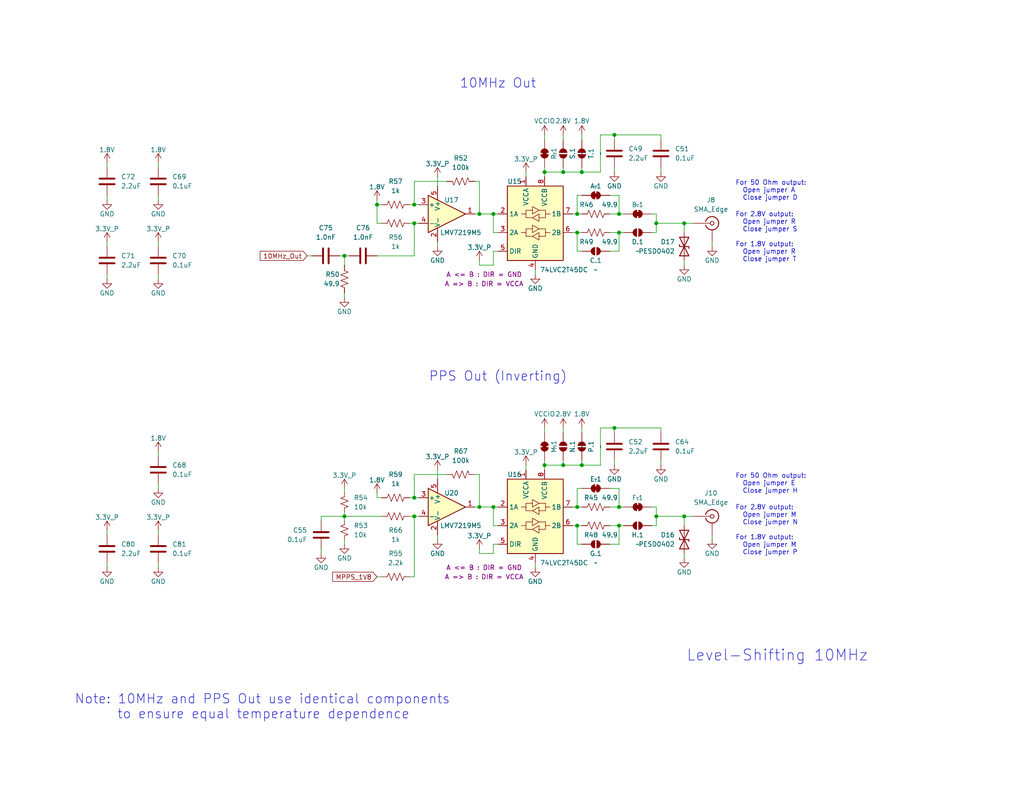
<source format=kicad_sch>
(kicad_sch (version 20231120) (generator "eeschema") (generator_version "8.0")
  (paper "USLetter")
  (title_block (title "Level Shifting 10MHz"))
  (lib_symbols
    (symbol "SparkFun-Capacitor:0.1uF_0603_25V_20%" (pin_numbers hide) (pin_names (offset 0.254))
      (property "Reference" "C" (at 0.635 2.54 0))
      (property "Value" "0.1uF" (at 0.635 -2.54 0))
      (property "Voltage" "25V" (at 0 -6.35 0))
      (property "Tolerance" "20%" (at 0 -8.89 0))
      (symbol "0.1uF_0603_25V_20%_1_1"
        (pin passive line (at 0 3.81 270) (length 2.794) (name "~") (number "1"))
        (pin passive line (at 0 -3.81 90) (length 2.794) (name "~") (number "2"))
      )
    )
    (symbol "SparkFun-Capacitor:1.0nF_0603_50V_10%" (pin_numbers hide) (pin_names (offset 0.254))
      (property "Reference" "C" (at 0.635 2.54 0))
      (property "Value" "1.0nF" (at 0.635 -2.54 0))
      (property "Voltage" "50V" (at 0 -6.35 0))
      (property "Tolerance" "10%" (at 0 -8.89 0))
      (symbol "1.0nF_0603_50V_10%_1_1"
        (pin passive line (at 0 3.81 270) (length 2.794) (name "~") (number "1"))
        (pin passive line (at 0 -3.81 90) (length 2.794) (name "~") (number "2"))
      )
    )
    (symbol "SparkFun-Capacitor:2.2uF_0603_10V_20%" (pin_numbers hide) (pin_names (offset 0.254))
      (property "Reference" "C" (at 0.635 2.54 0))
      (property "Value" "2.2uF" (at 0.635 -2.54 0))
      (property "Voltage" "10V" (at 0 -6.35 0))
      (property "Tolerance" "20%" (at 0 -8.89 0))
      (symbol "2.2uF_0603_10V_20%_1_1"
        (pin passive line (at 0 3.81 270) (length 2.794) (name "~") (number "1"))
        (pin passive line (at 0 -3.81 90) (length 2.794) (name "~") (number "2"))
      )
    )
    (symbol "SparkFun-DiscreteSemi:D_TVS_0402" (pin_numbers hide) (pin_names (offset 1.016) hide)
      (property "Reference" "D" (at 0 2.54 0))
      (property "Value" "PESD0402" (at 0 -2.54 0))
      (symbol "D_TVS_0402_1_1"
        (pin passive line (at -3.81 0 0) (length 2.54) (name "A1") (number "1"))
        (pin passive line (at 3.81 0 180) (length 2.54) (name "A2") (number "2"))
      )
    )
    (symbol "SparkFun-IC-Amplifier:LMV7219M5" (pin_names (offset 0.127))
      (property "Reference" "U" (at -1.27 6.35 0))
      (property "Value" "LMV7219M5" (at -1.27 3.81 0))
      (symbol "LMV7219M5_0_1"
        (pin power_in line (at -2.54 -7.62 90) (length 3.81) (name "V-") (number "2"))
        (pin power_in line (at -2.54 7.62 270) (length 3.81) (name "V+") (number "5"))
      )
      (symbol "LMV7219M5_1_1"
        (pin output line (at 7.62 0 180) (length 2.54) (name "~") (number "1"))
        (pin input line (at -7.62 2.54 0) (length 2.54) (name "+") (number "3"))
        (pin input line (at -7.62 -2.54 0) (length 2.54) (name "-") (number "4"))
      )
    )
    (symbol "SparkFun-IC-Logic:74LVC2T45DC"
      (property "Reference" "U" (at -6.985 11.43 0))
      (property "Value" "74LVC2T45DC" (at 7.62 -12.065 0))
      (property "DIR1" "A <= B : DIR = GND" (at -13.335 -12.065 0))
      (property "DIR2" "A => B : DIR = VCCA" (at -13.335 -13.97 0))
      (symbol "74LVC2T45DC_1_1"
        (pin power_in line (at -2.54 12.7 270) (length 2.54) (name "VCCA") (number "1"))
        (pin bidirectional line (at -10.16 2.54 0) (length 2.54) (name "1A") (number "2"))
        (pin bidirectional line (at -10.16 -2.54 0) (length 2.54) (name "2A") (number "3"))
        (pin power_in line (at 0 -12.7 90) (length 2.54) (name "GND") (number "4"))
        (pin input line (at -10.16 -7.62 0) (length 2.54) (name "DIR") (number "5"))
        (pin bidirectional line (at 10.16 -2.54 180) (length 2.54) (name "2B") (number "6"))
        (pin bidirectional line (at 10.16 2.54 180) (length 2.54) (name "1B") (number "7"))
        (pin power_in line (at 2.54 12.7 270) (length 2.54) (name "VCCB") (number "8"))
      )
    )
    (symbol "SparkFun-Jumper:SolderJumper_2_Bridged" (pin_numbers hide) (pin_names (offset 0) hide)
      (property "Reference" "JP" (at 0 2.032 0))
      (property "Value" "~" (at 0 -2.54 0))
      (symbol "SolderJumper_2_Bridged_1_1"
        (pin passive line (at -3.81 0 0) (length 2.54) (name "A") (number "1"))
        (pin passive line (at 3.81 0 180) (length 2.54) (name "B") (number "2"))
      )
    )
    (symbol "SparkFun-Jumper:SolderJumper_2_Open" (pin_numbers hide) (pin_names (offset 0) hide)
      (property "Reference" "JP" (at 0 2.032 0))
      (property "Value" "~" (at 0 -2.54 0))
      (symbol "SolderJumper_2_Open_1_1"
        (pin passive line (at -3.81 0 0) (length 2.54) (name "A") (number "1"))
        (pin passive line (at 3.81 0 180) (length 2.54) (name "B") (number "2"))
      )
    )
    (symbol "SparkFun-PowerSymbol:1.8V" (power) (pin_names (offset 0))
      (property "Value" "1.8V" (at 0 3.81 0))
      (symbol "1.8V_1_1"
        (pin power_in line (at 0 0 90) (length 0) hide (name "1.8V") (number "1"))
      )
    )
    (symbol "SparkFun-PowerSymbol:2.8V" (power) (pin_names (offset 0))
      (property "Value" "2.8V" (at 0 3.81 0))
      (symbol "2.8V_1_1"
        (pin power_in line (at 0 0 90) (length 0) hide (name "2.8V") (number "1"))
      )
    )
    (symbol "SparkFun-PowerSymbol:3.3V_P" (power) (pin_names (offset 0))
      (property "Value" "3.3V_P" (at 0 3.81 0))
      (symbol "3.3V_P_1_1"
        (pin power_in line (at 0 0 90) (length 0) hide (name "3.3V_P") (number "1"))
      )
    )
    (symbol "SparkFun-PowerSymbol:GND" (power) (pin_names (offset 0))
      (property "Value" "GND" (at 0 -3.81 0))
      (symbol "GND_1_1"
        (pin power_in line (at 0 0 270) (length 0) hide (name "GND") (number "1"))
      )
    )
    (symbol "SparkFun-PowerSymbol:VCC" (power) (pin_names (offset 0))
      (property "Value" "VCC" (at 0 3.81 0))
      (symbol "VCC_1_1"
        (pin power_in line (at 0 0 90) (length 0) hide (name "VCC") (number "1"))
      )
    )
    (symbol "SparkFun-RF:SMA_EdgeMount" (pin_numbers hide) (pin_names (offset 1.016) hide)
      (property "Reference" "J" (at 0.254 3.048 0))
      (property "Value" "SMA_Edge" (at 3.81 0 90))
      (symbol "SMA_EdgeMount_1_1"
        (pin passive line (at -5.08 0 0) (length 2.54) (name "In") (number "1"))
        (pin passive line (at 0 -5.08 90) (length 2.54) (name "Ext") (number "2"))
      )
    )
    (symbol "SparkFun-Resistor:100k_0603" (pin_numbers hide) (pin_names (offset 0))
      (property "Reference" "R" (at 0 -2.54 0))
      (property "Value" "100k" (at 0 2.54 0))
      (symbol "100k_0603_1_1"
        (pin passive line (at 3.81 0 180) (length 1.27) (name "~") (number "1"))
        (pin passive line (at -3.81 0 0) (length 1.27) (name "~") (number "2"))
      )
    )
    (symbol "SparkFun-Resistor:10k_0603" (pin_numbers hide) (pin_names (offset 0))
      (property "Reference" "R" (at 0 -2.54 0))
      (property "Value" "10k" (at 0 2.54 0))
      (symbol "10k_0603_1_1"
        (pin passive line (at -2.54 0 0) (length 1.016) (name "~") (number "1"))
        (pin passive line (at 2.54 0 180) (length 1.016) (name "~") (number "2"))
      )
    )
    (symbol "SparkFun-Resistor:1k_0603" (pin_numbers hide) (pin_names (offset 0))
      (property "Reference" "R" (at 0 -2.54 0))
      (property "Value" "1k" (at 0 2.54 0))
      (symbol "1k_0603_1_1"
        (pin passive line (at 3.81 0 180) (length 1.27) (name "~") (number "1"))
        (pin passive line (at -3.81 0 0) (length 1.27) (name "~") (number "2"))
      )
    )
    (symbol "SparkFun-Resistor:2.2k_0603" (pin_numbers hide) (pin_names (offset 0))
      (property "Reference" "R" (at 0 -2.54 0))
      (property "Value" "2.2k" (at 0 2.54 0))
      (symbol "2.2k_0603_1_1"
        (pin passive line (at 3.81 0 180) (length 1.27) (name "~") (number "1"))
        (pin passive line (at -3.81 0 0) (length 1.27) (name "~") (number "2"))
      )
    )
    (symbol "SparkFun-Resistor:49.9_0603" (pin_numbers hide) (pin_names (offset 0))
      (property "Reference" "R" (at 0 -2.54 0))
      (property "Value" "49.9" (at 0 2.54 0))
      (symbol "49.9_0603_1_1"
        (pin passive line (at 3.81 0 180) (length 1.27) (name "~") (number "1"))
        (pin passive line (at -3.81 0 0) (length 1.27) (name "~") (number "2"))
      )
    )
    (symbol "power:GND" (power) (pin_numbers hide) (pin_names (offset 0) hide)
      (property "Value" "GND" (at 0 -3.81 0))
      (symbol "GND_1_1"
        (pin power_in line (at 0 0 270) (length 0) (name "~") (number "1"))
      )
    )
  )
  (junction (at 102.87 55.88))
  (junction (at 134.62 58.42))
  (junction (at 148.59 46.99))
  (junction (at 157.48 58.42))
  (junction (at 158.75 46.99))
  (junction (at 157.48 143.51))
  (junction (at 158.75 127))
  (junction (at 93.98 69.85))
  (junction (at 157.48 138.43))
  (junction (at 153.67 46.99))
  (junction (at 113.03 60.96))
  (junction (at 168.91 58.42))
  (junction (at 168.91 63.5))
  (junction (at 113.03 55.88))
  (junction (at 113.03 140.97))
  (junction (at 186.69 140.97))
  (junction (at 130.81 138.43))
  (junction (at 130.81 58.42))
  (junction (at 179.07 60.96))
  (junction (at 168.91 143.51))
  (junction (at 93.98 140.97))
  (junction (at 134.62 138.43))
  (junction (at 168.91 138.43))
  (junction (at 167.64 116.84))
  (junction (at 113.03 135.89))
  (junction (at 179.07 140.97))
  (junction (at 153.67 127))
  (junction (at 186.69 60.96))
  (junction (at 157.48 63.5))
  (junction (at 167.64 36.83))
  (junction (at 148.59 127))
  (wire (pts (xy 134.62 72.39) (xy 134.62 68.58)))
  (wire (pts (xy 158.75 46.99) (xy 163.83 46.99)))
  (wire (pts (xy 163.83 36.83) (xy 163.83 46.99)))
  (wire (pts (xy 166.37 133.35) (xy 168.91 133.35)))
  (wire (pts (xy 104.14 60.96) (xy 102.87 60.96)))
  (wire (pts (xy 168.91 143.51) (xy 170.18 143.51)))
  (wire (pts (xy 119.38 66.04) (xy 119.38 67.31)))
  (wire (pts (xy 158.75 133.35) (xy 157.48 133.35)))
  (wire (pts (xy 93.98 140.97) (xy 93.98 142.24)))
  (wire (pts (xy 177.8 58.42) (xy 179.07 58.42)))
  (wire (pts (xy 166.37 58.42) (xy 168.91 58.42)))
  (wire (pts (xy 157.48 53.34) (xy 157.48 58.42)))
  (wire (pts (xy 111.76 135.89) (xy 113.03 135.89)))
  (wire (pts (xy 83.82 69.85) (xy 85.09 69.85)))
  (wire (pts (xy 157.48 58.42) (xy 158.75 58.42)))
  (wire (pts (xy 93.98 80.01) (xy 93.98 81.28)))
  (wire (pts (xy 134.62 151.13) (xy 134.62 148.59)))
  (wire (pts (xy 119.38 48.26) (xy 119.38 50.8)))
  (wire (pts (xy 29.21 45.72) (xy 29.21 44.45)))
  (wire (pts (xy 156.21 58.42) (xy 157.48 58.42)))
  (wire (pts (xy 29.21 154.94) (xy 29.21 153.67)))
  (wire (pts (xy 143.51 127) (xy 143.51 128.27)))
  (wire (pts (xy 135.89 63.5) (xy 134.62 63.5)))
  (wire (pts (xy 177.8 63.5) (xy 179.07 63.5)))
  (wire (pts (xy 153.67 116.84) (xy 153.67 118.11)))
  (wire (pts (xy 130.81 58.42) (xy 134.62 58.42)))
  (wire (pts (xy 87.63 142.24) (xy 87.63 140.97)))
  (wire (pts (xy 93.98 139.7) (xy 93.98 140.97)))
  (wire (pts (xy 134.62 148.59) (xy 135.89 148.59)))
  (wire (pts (xy 130.81 129.54) (xy 130.81 138.43)))
  (wire (pts (xy 194.31 146.05) (xy 194.31 147.32)))
  (wire (pts (xy 167.64 38.1) (xy 167.64 36.83)))
  (wire (pts (xy 102.87 55.88) (xy 102.87 60.96)))
  (wire (pts (xy 102.87 135.89) (xy 104.14 135.89)))
  (wire (pts (xy 180.34 46.99) (xy 180.34 45.72)))
  (wire (pts (xy 113.03 49.53) (xy 113.03 55.88)))
  (wire (pts (xy 157.48 63.5) (xy 157.48 68.58)))
  (wire (pts (xy 113.03 129.54) (xy 113.03 135.89)))
  (wire (pts (xy 119.38 128.27) (xy 119.38 130.81)))
  (wire (pts (xy 166.37 63.5) (xy 168.91 63.5)))
  (wire (pts (xy 134.62 58.42) (xy 134.62 63.5)))
  (wire (pts (xy 102.87 55.88) (xy 104.14 55.88)))
  (wire (pts (xy 129.54 129.54) (xy 130.81 129.54)))
  (wire (pts (xy 111.76 140.97) (xy 113.03 140.97)))
  (wire (pts (xy 156.21 138.43) (xy 157.48 138.43)))
  (wire (pts (xy 153.67 45.72) (xy 153.67 46.99)))
  (wire (pts (xy 93.98 147.32) (xy 93.98 148.59)))
  (wire (pts (xy 158.75 127) (xy 163.83 127)))
  (wire (pts (xy 113.03 55.88) (xy 114.3 55.88)))
  (wire (pts (xy 168.91 133.35) (xy 168.91 138.43)))
  (wire (pts (xy 87.63 151.13) (xy 87.63 149.86)))
  (wire (pts (xy 113.03 140.97) (xy 114.3 140.97)))
  (wire (pts (xy 148.59 116.84) (xy 148.59 118.11)))
  (wire (pts (xy 148.59 127) (xy 153.67 127)))
  (wire (pts (xy 157.48 133.35) (xy 157.48 138.43)))
  (wire (pts (xy 167.64 36.83) (xy 163.83 36.83)))
  (wire (pts (xy 119.38 146.05) (xy 119.38 147.32)))
  (wire (pts (xy 43.18 76.2) (xy 43.18 74.93)))
  (wire (pts (xy 43.18 124.46) (xy 43.18 123.19)))
  (wire (pts (xy 111.76 60.96) (xy 113.03 60.96)))
  (wire (pts (xy 135.89 143.51) (xy 134.62 143.51)))
  (wire (pts (xy 102.87 69.85) (xy 113.03 69.85)))
  (wire (pts (xy 166.37 68.58) (xy 168.91 68.58)))
  (wire (pts (xy 130.81 151.13) (xy 134.62 151.13)))
  (wire (pts (xy 113.03 135.89) (xy 114.3 135.89)))
  (wire (pts (xy 166.37 148.59) (xy 168.91 148.59)))
  (wire (pts (xy 158.75 116.84) (xy 158.75 118.11)))
  (wire (pts (xy 111.76 157.48) (xy 113.03 157.48)))
  (wire (pts (xy 121.92 49.53) (xy 113.03 49.53)))
  (wire (pts (xy 134.62 58.42) (xy 135.89 58.42)))
  (wire (pts (xy 186.69 152.4) (xy 186.69 151.13)))
  (wire (pts (xy 29.21 54.61) (xy 29.21 53.34)))
  (wire (pts (xy 177.8 143.51) (xy 179.07 143.51)))
  (wire (pts (xy 93.98 133.35) (xy 93.98 134.62)))
  (wire (pts (xy 102.87 134.62) (xy 102.87 135.89)))
  (wire (pts (xy 148.59 46.99) (xy 153.67 46.99)))
  (wire (pts (xy 158.75 53.34) (xy 157.48 53.34)))
  (wire (pts (xy 168.91 53.34) (xy 168.91 58.42)))
  (wire (pts (xy 113.03 140.97) (xy 113.03 157.48)))
  (wire (pts (xy 129.54 138.43) (xy 130.81 138.43)))
  (wire (pts (xy 179.07 140.97) (xy 186.69 140.97)))
  (wire (pts (xy 148.59 125.73) (xy 148.59 127)))
  (wire (pts (xy 113.03 60.96) (xy 113.03 69.85)))
  (wire (pts (xy 166.37 53.34) (xy 168.91 53.34)))
  (wire (pts (xy 130.81 138.43) (xy 134.62 138.43)))
  (wire (pts (xy 130.81 149.86) (xy 130.81 151.13)))
  (wire (pts (xy 92.71 69.85) (xy 93.98 69.85)))
  (wire (pts (xy 163.83 127) (xy 163.83 116.84)))
  (wire (pts (xy 179.07 58.42) (xy 179.07 60.96)))
  (wire (pts (xy 130.81 72.39) (xy 134.62 72.39)))
  (wire (pts (xy 29.21 76.2) (xy 29.21 74.93)))
  (wire (pts (xy 153.67 36.83) (xy 153.67 38.1)))
  (wire (pts (xy 102.87 157.48) (xy 104.14 157.48)))
  (wire (pts (xy 186.69 140.97) (xy 189.23 140.97)))
  (wire (pts (xy 168.91 63.5) (xy 168.91 68.58)))
  (wire (pts (xy 130.81 49.53) (xy 130.81 58.42)))
  (wire (pts (xy 156.21 63.5) (xy 157.48 63.5)))
  (wire (pts (xy 194.31 66.04) (xy 194.31 67.31)))
  (wire (pts (xy 157.48 63.5) (xy 158.75 63.5)))
  (wire (pts (xy 43.18 54.61) (xy 43.18 53.34)))
  (wire (pts (xy 157.48 143.51) (xy 157.48 148.59)))
  (wire (pts (xy 157.48 138.43) (xy 158.75 138.43)))
  (wire (pts (xy 153.67 46.99) (xy 158.75 46.99)))
  (wire (pts (xy 158.75 36.83) (xy 158.75 38.1)))
  (wire (pts (xy 146.05 153.67) (xy 146.05 154.94)))
  (wire (pts (xy 158.75 125.73) (xy 158.75 127)))
  (wire (pts (xy 167.64 116.84) (xy 180.34 116.84)))
  (wire (pts (xy 180.34 38.1) (xy 180.34 36.83)))
  (wire (pts (xy 130.81 71.12) (xy 130.81 72.39)))
  (wire (pts (xy 148.59 46.99) (xy 148.59 48.26)))
  (wire (pts (xy 157.48 143.51) (xy 158.75 143.51)))
  (wire (pts (xy 129.54 58.42) (xy 130.81 58.42)))
  (wire (pts (xy 168.91 138.43) (xy 170.18 138.43)))
  (wire (pts (xy 113.03 60.96) (xy 114.3 60.96)))
  (wire (pts (xy 146.05 73.66) (xy 146.05 74.93)))
  (wire (pts (xy 179.07 140.97) (xy 179.07 143.51)))
  (wire (pts (xy 93.98 69.85) (xy 95.25 69.85)))
  (wire (pts (xy 134.62 138.43) (xy 135.89 138.43)))
  (wire (pts (xy 167.64 36.83) (xy 180.34 36.83)))
  (wire (pts (xy 180.34 118.11) (xy 180.34 116.84)))
  (wire (pts (xy 43.18 67.31) (xy 43.18 66.04)))
  (wire (pts (xy 167.64 118.11) (xy 167.64 116.84)))
  (wire (pts (xy 29.21 146.05) (xy 29.21 144.78)))
  (wire (pts (xy 186.69 140.97) (xy 186.69 143.51)))
  (wire (pts (xy 179.07 60.96) (xy 179.07 63.5)))
  (wire (pts (xy 168.91 58.42) (xy 170.18 58.42)))
  (wire (pts (xy 93.98 140.97) (xy 104.14 140.97)))
  (wire (pts (xy 134.62 138.43) (xy 134.62 143.51)))
  (wire (pts (xy 121.92 129.54) (xy 113.03 129.54)))
  (wire (pts (xy 129.54 49.53) (xy 130.81 49.53)))
  (wire (pts (xy 143.51 46.99) (xy 143.51 48.26)))
  (wire (pts (xy 180.34 127) (xy 180.34 125.73)))
  (wire (pts (xy 43.18 154.94) (xy 43.18 153.67)))
  (wire (pts (xy 179.07 138.43) (xy 179.07 140.97)))
  (wire (pts (xy 168.91 63.5) (xy 170.18 63.5)))
  (wire (pts (xy 111.76 55.88) (xy 113.03 55.88)))
  (wire (pts (xy 87.63 140.97) (xy 93.98 140.97)))
  (wire (pts (xy 93.98 69.85) (xy 93.98 72.39)))
  (wire (pts (xy 43.18 146.05) (xy 43.18 144.78)))
  (wire (pts (xy 153.67 127) (xy 158.75 127)))
  (wire (pts (xy 29.21 67.31) (xy 29.21 66.04)))
  (wire (pts (xy 148.59 127) (xy 148.59 128.27)))
  (wire (pts (xy 43.18 133.35) (xy 43.18 132.08)))
  (wire (pts (xy 102.87 54.61) (xy 102.87 55.88)))
  (wire (pts (xy 43.18 45.72) (xy 43.18 44.45)))
  (wire (pts (xy 186.69 72.39) (xy 186.69 71.12)))
  (wire (pts (xy 163.83 116.84) (xy 167.64 116.84)))
  (wire (pts (xy 177.8 138.43) (xy 179.07 138.43)))
  (wire (pts (xy 156.21 143.51) (xy 157.48 143.51)))
  (wire (pts (xy 158.75 45.72) (xy 158.75 46.99)))
  (wire (pts (xy 158.75 148.59) (xy 157.48 148.59)))
  (wire (pts (xy 148.59 45.72) (xy 148.59 46.99)))
  (wire (pts (xy 186.69 60.96) (xy 189.23 60.96)))
  (wire (pts (xy 167.64 46.99) (xy 167.64 45.72)))
  (wire (pts (xy 148.59 36.83) (xy 148.59 38.1)))
  (wire (pts (xy 186.69 60.96) (xy 186.69 63.5)))
  (wire (pts (xy 158.75 68.58) (xy 157.48 68.58)))
  (wire (pts (xy 166.37 138.43) (xy 168.91 138.43)))
  (wire (pts (xy 166.37 143.51) (xy 168.91 143.51)))
  (wire (pts (xy 153.67 125.73) (xy 153.67 127)))
  (wire (pts (xy 168.91 143.51) (xy 168.91 148.59)))
  (wire (pts (xy 179.07 60.96) (xy 186.69 60.96)))
  (wire (pts (xy 134.62 68.58) (xy 135.89 68.58)))
  (wire (pts (xy 167.64 127) (xy 167.64 125.73)))
  (text "For 50 Ohm output:\n  Open jumper E\n  Close jumper H" (at 200.66 132.08 0) (effects (font (size 1.27 1.27)) (justify left)))
  (text "Note: 10MHz and PPS Out use identical components\n      to ensure equal temperature dependence" (at 20.32 193.04 0) (effects (font (size 2.54 2.54)) (justify left)))
  (text "For 50 Ohm output:\n  Open jumper A\n  Close jumper D" (at 200.66 52.07 0) (effects (font (size 1.27 1.27)) (justify left)))
  (text "For 2.8V output:\n  Open jumper R\n  Close jumper S\n\nFor 1.8V output:\n  Open jumper R\n  Close jumper T" (at 200.66 64.77 0) (effects (font (size 1.27 1.27)) (justify left)))
  (text "For 2.8V output:\n  Open jumper M\n  Close jumper N\n\nFor 1.8V output:\n  Open jumper M\n  Close jumper P" (at 200.66 144.78 0) (effects (font (size 1.27 1.27)) (justify left)))
  (text "PPS Out (Inverting)" (at 135.89 102.87 0) (effects (font (size 2.54 2.54))))
  (text "Level-Shifting 10MHz" (at 212.09 179.07 0) (effects (font (size 3 3))))
  (text "10MHz Out" (at 135.89 22.86 0) (effects (font (size 2.54 2.54))))
  (global_label "10MHz_Out" (shape input) (at 83.82 69.85 180) (property "Intersheetrefs" "${INTERSHEET_REFS}" (effects (hide yes))))
  (global_label "MPPS_1V8" (shape input) (at 102.87 157.48 180) (property "Intersheetrefs" "${INTERSHEET_REFS}" (effects (hide yes))))
  (symbol (lib_id "SparkFun-DiscreteSemi:D_TVS_0402") (at 186.69 147.32 90) (unit 1)
    (property "Reference" "D16" (at 184.15 146.0499 90) (effects (justify left)))
    (property "Value" "PESD0402" (at 184.15 148.5899 90) (effects (justify left)))
    (property "Footprint" "SparkFun-Capacitor:C_0402_1005Metric" (effects (hide yes)))
    (property "Datasheet" "https://www.littelfuse.com/~/media/electronics/product_specifications/polymer_esd_suppressors/littelfuse_polymer_esd_suppressor_pesd0402_140_product_specification.pdf.pdf" (effects (hide yes)))
    (property "Description" "Bidirectional transient-voltage-suppression diode" (effects (hide yes)))
    (property "PROD_ID" "DIO-15359" (effects (hide yes)))
  )
  (symbol (lib_id "SparkFun-PowerSymbol:3.3V_P") (at 119.38 128.27 0) (unit 1)
    (property "Reference" "#PWR0187" (effects (hide yes)))
    (property "Value" "3.3V_P" (at 119.38 124.714 0))
    (property "Description" "Power symbol creates a global label with name \"3.3V_P\"" (effects (hide yes)))
  )
  (symbol (lib_id "SparkFun-PowerSymbol:1.8V") (at 43.18 44.45 0) (unit 1)
    (property "Reference" "#PWR0249" (effects (hide yes)))
    (property "Value" "1.8V" (at 43.18 40.894 0))
    (property "Description" "Power symbol creates a global label with name \"1.8V\"" (effects (hide yes)))
  )
  (symbol (lib_id "SparkFun-PowerSymbol:1.8V") (at 43.18 123.19 0) (unit 1)
    (property "Reference" "#PWR0247" (effects (hide yes)))
    (property "Value" "1.8V" (at 43.18 119.634 0))
    (property "Description" "Power symbol creates a global label with name \"1.8V\"" (effects (hide yes)))
  )
  (symbol (lib_id "SparkFun-PowerSymbol:1.8V") (at 102.87 134.62 0) (unit 1)
    (property "Reference" "#PWR0262" (effects (hide yes)))
    (property "Value" "1.8V" (at 102.87 131.064 0))
    (property "Description" "Power symbol creates a global label with name \"1.8V\"" (effects (hide yes)))
  )
  (symbol (lib_id "SparkFun-IC-Amplifier:LMV7219M5") (at 121.92 138.43 0) (unit 1)
    (property "Reference" "U20" (at 123.19 134.62 0))
    (property "Value" "LMV7219M5" (at 125.73 143.51 0))
    (property "Footprint" "SparkFun-Semiconductor-Standard:SOT23-5" (effects (hide yes)))
    (property "Datasheet" "https://www.ti.com/lit/ds/symlink/lmv7219.pdf" (effects (hide yes)))
    (property "Description" "Single Low-Power High-Speed Push-Pull Output Comparator, SOT-23-5" (effects (hide yes)))
    (property "PROD_ID" "IC-23719" (effects (hide yes)))
  )
  (symbol (lib_id "SparkFun-PowerSymbol:3.3V_P") (at 143.51 46.99 0) (unit 1)
    (property "Reference" "#PWR0157" (effects (hide yes)))
    (property "Value" "3.3V_P" (at 143.51 43.434 0))
    (property "Description" "Power symbol creates a global label with name \"3.3V_P\"" (effects (hide yes)))
  )
  (symbol (lib_id "SparkFun-PowerSymbol:GND") (at 194.31 67.31 0) (unit 1)
    (property "Reference" "#PWR0211" (effects (hide yes)))
    (property "Value" "GND" (at 194.31 71.12 0))
    (property "Description" "Power symbol creates a global label with name \"GND\" , ground" (effects (hide yes)))
  )
  (symbol (lib_id "SparkFun-Capacitor:2.2uF_0603_10V_20%") (at 29.21 71.12 0) (mirror y) (unit 1)
    (property "Reference" "C71" (at 33.02 69.8499 0) (effects (justify right)))
    (property "Value" "2.2uF" (at 33.02 72.3899 0) (effects (justify right)))
    (property "Footprint" "SparkFun-Capacitor:C_0603_1608Metric" (effects (hide yes)))
    (property "Datasheet" "https://cdn.sparkfun.com/assets/8/a/4/a/5/Kemet_Capacitor_Datasheet.pdf" (effects (hide yes)))
    (property "Description" "Unpolarized capacitor" (effects (hide yes)))
    (property "PROD_ID" "CAP-07888" (effects (hide yes)))
    (property "Voltage" "10V" (effects (hide yes)))
    (property "Tolerance" "20%" (effects (hide yes)))
  )
  (symbol (lib_id "SparkFun-Resistor:1k_0603") (at 107.95 55.88 180) (unit 1)
    (property "Reference" "R57" (at 107.95 49.53 0))
    (property "Value" "1k" (at 107.95 52.07 0))
    (property "Footprint" "SparkFun-Resistor:R_0603_1608Metric" (effects (hide yes)))
    (property "Datasheet" "https://www.vishay.com/docs/20035/dcrcwe3.pdf" (effects (hide yes)))
    (property "Description" "Resistor" (effects (hide yes)))
    (property "PROD_ID" "RES-07856" (effects (hide yes)))
  )
  (symbol (lib_id "SparkFun-IC-Logic:74LVC2T45DC") (at 146.05 140.97 0) (unit 1)
    (property "Reference" "U16" (at 138.43 129.54 0) (effects (justify left)))
    (property "Value" "74LVC2T45DC" (at 147.32 153.67 0) (effects (justify left)))
    (property "Footprint" "SparkFun-Semiconductor-Standard:VSSOP8_SOT765-1" (effects (hide yes)))
    (property "Datasheet" "https://assets.nexperia.com/documents/data-sheet/74LVC_LVCH2T45.pdf" (effects (hide yes)))
    (property "Description" "Dual supply translating transceiver, 3-state, 2-bit, VSSOP-8" (effects (hide yes)))
    (property "PROD_ID" "IC-19989" (effects (hide yes)))
    (property "DIR1" "A <= B : DIR = GND" (at 132.08 154.94 0))
    (property "DIR2" "A => B : DIR = VCCA" (at 132.08 157.48 0))
  )
  (symbol (lib_id "SparkFun-Resistor:10k_0603") (at 93.98 144.78 90) (mirror x) (unit 1)
    (property "Reference" "R53" (at 96.52 143.5099 90) (effects (justify right)))
    (property "Value" "10k" (at 96.52 146.0499 90) (effects (justify right)))
    (property "Footprint" "SparkFun-Resistor:R_0603_1608Metric" (effects (hide yes)))
    (property "Datasheet" "https://www.vishay.com/docs/20035/dcrcwe3.pdf" (effects (hide yes)))
    (property "Description" "Resistor" (effects (hide yes)))
    (property "PROD_ID" "RES-00824" (effects (hide yes)))
  )
  (symbol (lib_id "SparkFun-PowerSymbol:VCC") (at 148.59 116.84 0) (unit 1)
    (property "Reference" "#PWR0222" (effects (hide yes)))
    (property "Value" "VCCIO" (at 148.59 113.03 0))
    (property "Description" "Power symbol creates a global label with name \"VCC\"" (effects (hide yes)))
  )
  (symbol (lib_id "SparkFun-Capacitor:0.1uF_0603_25V_20%") (at 180.34 121.92 0) (unit 1)
    (property "Reference" "C64" (at 184.15 120.6499 0) (effects (justify left)))
    (property "Value" "0.1uF" (at 184.15 123.1899 0) (effects (justify left)))
    (property "Footprint" "SparkFun-Capacitor:C_0603_1608Metric" (effects (hide yes)))
    (property "Datasheet" "https://cdn.sparkfun.com/assets/8/a/4/a/5/Kemet_Capacitor_Datasheet.pdf" (effects (hide yes)))
    (property "Description" "Unpolarized capacitor" (effects (hide yes)))
    (property "PROD_ID" "CAP-00810" (effects (hide yes)))
    (property "Voltage" "25V" (effects (hide yes)))
    (property "Tolerance" "20%" (effects (hide yes)))
  )
  (symbol (lib_id "SparkFun-Jumper:SolderJumper_2_Bridged") (at 173.99 58.42 0) (unit 1)
    (property "Reference" "B.1" (at 173.99 55.88 0))
    (property "Value" "~" (at 173.99 55.88 0))
    (property "Footprint" "SparkFun-Jumper:Jumper_2_NC_Trace" (effects (hide yes)))
    (property "Description" "Solder Jumper, 2-pole, closed/bridged" (effects (hide yes)))
  )
  (symbol (lib_id "SparkFun-PowerSymbol:1.8V") (at 158.75 36.83 0) (unit 1)
    (property "Reference" "#PWR0261" (effects (hide yes)))
    (property "Value" "1.8V" (at 158.75 33.02 0))
    (property "Description" "Power symbol creates a global label with name \"1.8V\"" (effects (hide yes)))
  )
  (symbol (lib_id "SparkFun-PowerSymbol:1.8V") (at 158.75 116.84 0) (unit 1)
    (property "Reference" "#PWR0224" (effects (hide yes)))
    (property "Value" "1.8V" (at 158.75 113.03 0))
    (property "Description" "Power symbol creates a global label with name \"1.8V\"" (effects (hide yes)))
  )
  (symbol (lib_id "SparkFun-Jumper:SolderJumper_2_Open") (at 162.56 68.58 0) (unit 1)
    (property "Reference" "C.1" (at 162.56 71.12 0))
    (property "Value" "~" (at 162.56 73.66 0))
    (property "Footprint" "SparkFun-Jumper:Jumper_2_NO" (effects (hide yes)))
    (property "Description" "Solder Jumper, 2-pole, open" (effects (hide yes)))
  )
  (symbol (lib_id "SparkFun-Capacitor:0.1uF_0603_25V_20%") (at 43.18 128.27 0) (unit 1)
    (property "Reference" "C68" (at 46.99 126.9999 0) (effects (justify left)))
    (property "Value" "0.1uF" (at 46.99 129.5399 0) (effects (justify left)))
    (property "Footprint" "SparkFun-Capacitor:C_0603_1608Metric" (effects (hide yes)))
    (property "Datasheet" "https://cdn.sparkfun.com/assets/8/a/4/a/5/Kemet_Capacitor_Datasheet.pdf" (effects (hide yes)))
    (property "Description" "Unpolarized capacitor" (effects (hide yes)))
    (property "PROD_ID" "CAP-00810" (effects (hide yes)))
    (property "Voltage" "25V" (effects (hide yes)))
    (property "Tolerance" "20%" (effects (hide yes)))
  )
  (symbol (lib_id "SparkFun-PowerSymbol:GND") (at 146.05 154.94 0) (unit 1)
    (property "Reference" "#PWR0221" (effects (hide yes)))
    (property "Value" "GND" (at 146.05 158.75 0))
    (property "Description" "Power symbol creates a global label with name \"GND\" , ground" (effects (hide yes)))
  )
  (symbol (lib_id "SparkFun-Resistor:10k_0603") (at 93.98 137.16 90) (mirror x) (unit 1)
    (property "Reference" "R54" (at 96.52 135.8899 90) (effects (justify right)))
    (property "Value" "10k" (at 96.52 138.4299 90) (effects (justify right)))
    (property "Footprint" "SparkFun-Resistor:R_0603_1608Metric" (effects (hide yes)))
    (property "Datasheet" "https://www.vishay.com/docs/20035/dcrcwe3.pdf" (effects (hide yes)))
    (property "Description" "Resistor" (effects (hide yes)))
    (property "PROD_ID" "RES-00824" (effects (hide yes)))
  )
  (symbol (lib_id "SparkFun-IC-Logic:74LVC2T45DC") (at 146.05 60.96 0) (unit 1)
    (property "Reference" "U15" (at 138.43 49.53 0) (effects (justify left)))
    (property "Value" "74LVC2T45DC" (at 147.32 73.66 0) (effects (justify left)))
    (property "Footprint" "SparkFun-Semiconductor-Standard:VSSOP8_SOT765-1" (effects (hide yes)))
    (property "Datasheet" "https://assets.nexperia.com/documents/data-sheet/74LVC_LVCH2T45.pdf" (effects (hide yes)))
    (property "Description" "Dual supply translating transceiver, 3-state, 2-bit, VSSOP-8" (effects (hide yes)))
    (property "PROD_ID" "IC-19989" (effects (hide yes)))
    (property "DIR1" "A <= B : DIR = GND" (at 132.08 74.93 0))
    (property "DIR2" "A => B : DIR = VCCA" (at 132.08 77.47 0))
  )
  (symbol (lib_id "SparkFun-Jumper:SolderJumper_2_Bridged") (at 162.56 133.35 0) (unit 1)
    (property "Reference" "E.1" (at 162.56 130.81 0))
    (property "Value" "~" (at 162.56 130.81 0))
    (property "Footprint" "SparkFun-Jumper:Jumper_2_NC_Trace" (effects (hide yes)))
    (property "Description" "Solder Jumper, 2-pole, closed/bridged" (effects (hide yes)))
  )
  (symbol (lib_id "SparkFun-Jumper:SolderJumper_2_Open") (at 173.99 143.51 0) (unit 1)
    (property "Reference" "H.1" (at 173.99 146.05 0))
    (property "Value" "~" (at 173.99 148.59 0))
    (property "Footprint" "SparkFun-Jumper:Jumper_2_NO" (effects (hide yes)))
    (property "Description" "Solder Jumper, 2-pole, open" (effects (hide yes)))
  )
  (symbol (lib_id "power:GND") (at 180.34 46.99 0) (unit 1)
    (property "Reference" "#PWR0184" (effects (hide yes)))
    (property "Value" "GND" (at 180.34 50.8 0))
    (property "Description" "Power symbol creates a global label with name \"GND\" , ground" (effects (hide yes)))
  )
  (symbol (lib_id "SparkFun-Jumper:SolderJumper_2_Bridged") (at 148.59 121.92 270) (mirror x) (unit 1)
    (property "Reference" "M.1" (at 151.13 121.92 0))
    (property "Value" "~" (at 151.13 121.92 0))
    (property "Footprint" "SparkFun-Jumper:Jumper_2_NC_Trace" (effects (hide yes)))
    (property "Description" "Solder Jumper, 2-pole, closed/bridged" (effects (hide yes)))
  )
  (symbol (lib_id "SparkFun-Jumper:SolderJumper_2_Open") (at 173.99 63.5 0) (unit 1)
    (property "Reference" "D.1" (at 173.99 66.04 0))
    (property "Value" "~" (at 173.99 68.58 0))
    (property "Footprint" "SparkFun-Jumper:Jumper_2_NO" (effects (hide yes)))
    (property "Description" "Solder Jumper, 2-pole, open" (effects (hide yes)))
  )
  (symbol (lib_id "SparkFun-Resistor:49.9_0603") (at 162.56 63.5 0) (unit 1)
    (property "Reference" "R49" (at 160.02 66.04 0))
    (property "Value" "49.9" (at 166.37 66.04 0))
    (property "Footprint" "SparkFun-Resistor:R_0603_1608Metric" (effects (hide yes)))
    (property "Datasheet" "https://www.vishay.com/docs/20035/dcrcwe3.pdf" (effects (hide yes)))
    (property "Description" "Resistor" (effects (hide yes)))
    (property "PROD_ID" "RES-16237" (effects (hide yes)))
    (property "Wattage" "0.5W" (effects (hide yes)))
    (property "Tolerance" "1%" (effects (hide yes)))
  )
  (symbol (lib_id "SparkFun-Resistor:49.9_0603") (at 162.56 58.42 0) (unit 1)
    (property "Reference" "R46" (at 160.02 55.88 0))
    (property "Value" "49.9" (at 166.37 55.88 0))
    (property "Footprint" "SparkFun-Resistor:R_0603_1608Metric" (effects (hide yes)))
    (property "Datasheet" "https://www.vishay.com/docs/20035/dcrcwe3.pdf" (effects (hide yes)))
    (property "Description" "Resistor" (effects (hide yes)))
    (property "PROD_ID" "RES-16237" (effects (hide yes)))
    (property "Wattage" "0.5W" (effects (hide yes)))
    (property "Tolerance" "1%" (effects (hide yes)))
  )
  (symbol (lib_id "SparkFun-Jumper:SolderJumper_2_Open") (at 158.75 121.92 90) (unit 1)
    (property "Reference" "P.1" (at 161.29 121.92 0))
    (property "Value" "~" (at 163.83 121.92 0))
    (property "Footprint" "SparkFun-Jumper:Jumper_2_NO" (effects (hide yes)))
    (property "Description" "Solder Jumper, 2-pole, open" (effects (hide yes)))
  )
  (symbol (lib_id "SparkFun-Resistor:49.9_0603") (at 162.56 143.51 0) (unit 1)
    (property "Reference" "R48" (at 161.29 146.05 0))
    (property "Value" "49.9" (at 166.37 146.05 0))
    (property "Footprint" "SparkFun-Resistor:R_0603_1608Metric" (effects (hide yes)))
    (property "Datasheet" "https://www.vishay.com/docs/20035/dcrcwe3.pdf" (effects (hide yes)))
    (property "Description" "Resistor" (effects (hide yes)))
    (property "PROD_ID" "RES-16237" (effects (hide yes)))
    (property "Wattage" "0.5W" (effects (hide yes)))
    (property "Tolerance" "1%" (effects (hide yes)))
  )
  (symbol (lib_id "SparkFun-PowerSymbol:2.8V") (at 153.67 36.83 0) (unit 1)
    (property "Reference" "#PWR0242" (effects (hide yes)))
    (property "Value" "2.8V" (at 153.67 33.02 0))
    (property "Description" "Power symbol creates a global label with name \"2.8V\"" (effects (hide yes)))
  )
  (symbol (lib_id "power:GND") (at 167.64 46.99 0) (unit 1)
    (property "Reference" "#PWR0180" (effects (hide yes)))
    (property "Value" "GND" (at 167.64 50.8 0))
    (property "Description" "Power symbol creates a global label with name \"GND\" , ground" (effects (hide yes)))
  )
  (symbol (lib_id "power:GND") (at 43.18 154.94 0) (unit 1)
    (property "Reference" "#PWR0189" (effects (hide yes)))
    (property "Value" "GND" (at 43.18 158.75 0))
    (property "Description" "Power symbol creates a global label with name \"GND\" , ground" (effects (hide yes)))
  )
  (symbol (lib_id "SparkFun-Capacitor:2.2uF_0603_10V_20%") (at 29.21 149.86 0) (mirror y) (unit 1)
    (property "Reference" "C80" (at 33.02 148.5899 0) (effects (justify right)))
    (property "Value" "2.2uF" (at 33.02 151.1299 0) (effects (justify right)))
    (property "Footprint" "SparkFun-Capacitor:C_0603_1608Metric" (effects (hide yes)))
    (property "Datasheet" "https://cdn.sparkfun.com/assets/8/a/4/a/5/Kemet_Capacitor_Datasheet.pdf" (effects (hide yes)))
    (property "Description" "Unpolarized capacitor" (effects (hide yes)))
    (property "PROD_ID" "CAP-07888" (effects (hide yes)))
    (property "Voltage" "10V" (effects (hide yes)))
    (property "Tolerance" "20%" (effects (hide yes)))
  )
  (symbol (lib_id "SparkFun-PowerSymbol:GND") (at 146.05 74.93 0) (unit 1)
    (property "Reference" "#PWR0191" (effects (hide yes)))
    (property "Value" "GND" (at 146.05 78.74 0))
    (property "Description" "Power symbol creates a global label with name \"GND\" , ground" (effects (hide yes)))
  )
  (symbol (lib_id "SparkFun-PowerSymbol:3.3V_P") (at 29.21 66.04 0) (unit 1)
    (property "Reference" "#PWR0185" (effects (hide yes)))
    (property "Value" "3.3V_P" (at 29.21 62.484 0))
    (property "Description" "Power symbol creates a global label with name \"3.3V_P\"" (effects (hide yes)))
  )
  (symbol (lib_id "SparkFun-PowerSymbol:3.3V_P") (at 130.81 71.12 0) (unit 1)
    (property "Reference" "#PWR070" (effects (hide yes)))
    (property "Value" "3.3V_P" (at 130.81 67.564 0))
    (property "Description" "Power symbol creates a global label with name \"3.3V_P\"" (effects (hide yes)))
  )
  (symbol (lib_id "SparkFun-DiscreteSemi:D_TVS_0402") (at 186.69 67.31 90) (unit 1)
    (property "Reference" "D17" (at 184.15 66.0399 90) (effects (justify left)))
    (property "Value" "PESD0402" (at 184.15 68.5799 90) (effects (justify left)))
    (property "Footprint" "SparkFun-Capacitor:C_0402_1005Metric" (effects (hide yes)))
    (property "Datasheet" "https://www.littelfuse.com/~/media/electronics/product_specifications/polymer_esd_suppressors/littelfuse_polymer_esd_suppressor_pesd0402_140_product_specification.pdf.pdf" (effects (hide yes)))
    (property "Description" "Bidirectional transient-voltage-suppression diode" (effects (hide yes)))
    (property "PROD_ID" "DIO-15359" (effects (hide yes)))
  )
  (symbol (lib_id "SparkFun-Resistor:49.9_0603") (at 93.98 76.2 270) (unit 1)
    (property "Reference" "R50" (at 92.71 74.93 90) (effects (justify right)))
    (property "Value" "49.9" (at 92.71 77.47 90) (effects (justify right)))
    (property "Footprint" "SparkFun-Resistor:R_0603_1608Metric" (effects (hide yes)))
    (property "Datasheet" "https://www.vishay.com/docs/20035/dcrcwe3.pdf" (effects (hide yes)))
    (property "Description" "Resistor" (effects (hide yes)))
    (property "PROD_ID" "RES-16237" (effects (hide yes)))
    (property "Wattage" "0.5W" (effects (hide yes)))
    (property "Tolerance" "1%" (effects (hide yes)))
  )
  (symbol (lib_id "power:GND") (at 167.64 127 0) (unit 1)
    (property "Reference" "#PWR0225" (effects (hide yes)))
    (property "Value" "GND" (at 167.64 130.81 0))
    (property "Description" "Power symbol creates a global label with name \"GND\" , ground" (effects (hide yes)))
  )
  (symbol (lib_id "SparkFun-PowerSymbol:1.8V") (at 102.87 54.61 0) (unit 1)
    (property "Reference" "#PWR0203" (effects (hide yes)))
    (property "Value" "1.8V" (at 102.87 51.054 0))
    (property "Description" "Power symbol creates a global label with name \"1.8V\"" (effects (hide yes)))
  )
  (symbol (lib_id "power:GND") (at 29.21 54.61 0) (unit 1)
    (property "Reference" "#PWR0256" (effects (hide yes)))
    (property "Value" "GND" (at 29.21 58.42 0))
    (property "Description" "Power symbol creates a global label with name \"GND\" , ground" (effects (hide yes)))
  )
  (symbol (lib_id "SparkFun-PowerSymbol:3.3V_P") (at 119.38 48.26 0) (unit 1)
    (property "Reference" "#PWR0182" (effects (hide yes)))
    (property "Value" "3.3V_P" (at 119.38 44.704 0))
    (property "Description" "Power symbol creates a global label with name \"3.3V_P\"" (effects (hide yes)))
  )
  (symbol (lib_id "SparkFun-Jumper:SolderJumper_2_Open") (at 153.67 41.91 90) (unit 1)
    (property "Reference" "S.1" (at 156.21 41.91 0))
    (property "Value" "~" (at 158.75 41.91 0))
    (property "Footprint" "SparkFun-Jumper:Jumper_2_NO" (effects (hide yes)))
    (property "Description" "Solder Jumper, 2-pole, open" (effects (hide yes)))
  )
  (symbol (lib_id "SparkFun-PowerSymbol:GND") (at 119.38 147.32 0) (unit 1)
    (property "Reference" "#PWR0268" (effects (hide yes)))
    (property "Value" "GND" (at 119.38 151.13 0))
    (property "Description" "Power symbol creates a global label with name \"GND\" , ground" (effects (hide yes)))
  )
  (symbol (lib_id "SparkFun-Resistor:100k_0603") (at 125.73 49.53 0) (mirror x) (unit 1)
    (property "Reference" "R52" (at 125.73 43.18 0))
    (property "Value" "100k" (at 125.73 45.72 0))
    (property "Footprint" "SparkFun-Resistor:R_0603_1608Metric" (effects (hide yes)))
    (property "Datasheet" "https://www.vishay.com/docs/20035/dcrcwe3.pdf" (effects (hide yes)))
    (property "Description" "Resistor" (effects (hide yes)))
    (property "PROD_ID" "RES-07828" (effects (hide yes)))
  )
  (symbol (lib_id "SparkFun-Capacitor:0.1uF_0603_25V_20%") (at 43.18 149.86 0) (unit 1)
    (property "Reference" "C81" (at 46.99 148.5899 0) (effects (justify left)))
    (property "Value" "0.1uF" (at 46.99 151.1299 0) (effects (justify left)))
    (property "Footprint" "SparkFun-Capacitor:C_0603_1608Metric" (effects (hide yes)))
    (property "Datasheet" "https://cdn.sparkfun.com/assets/8/a/4/a/5/Kemet_Capacitor_Datasheet.pdf" (effects (hide yes)))
    (property "Description" "Unpolarized capacitor" (effects (hide yes)))
    (property "PROD_ID" "CAP-00810" (effects (hide yes)))
    (property "Voltage" "25V" (effects (hide yes)))
    (property "Tolerance" "20%" (effects (hide yes)))
  )
  (symbol (lib_id "SparkFun-Capacitor:2.2uF_0603_10V_20%") (at 29.21 49.53 0) (mirror y) (unit 1)
    (property "Reference" "C72" (at 33.02 48.2599 0) (effects (justify right)))
    (property "Value" "2.2uF" (at 33.02 50.7999 0) (effects (justify right)))
    (property "Footprint" "SparkFun-Capacitor:C_0603_1608Metric" (effects (hide yes)))
    (property "Datasheet" "https://cdn.sparkfun.com/assets/8/a/4/a/5/Kemet_Capacitor_Datasheet.pdf" (effects (hide yes)))
    (property "Description" "Unpolarized capacitor" (effects (hide yes)))
    (property "PROD_ID" "CAP-07888" (effects (hide yes)))
    (property "Voltage" "10V" (effects (hide yes)))
    (property "Tolerance" "20%" (effects (hide yes)))
  )
  (symbol (lib_id "SparkFun-Capacitor:2.2uF_0603_10V_20%") (at 167.64 121.92 0) (mirror y) (unit 1)
    (property "Reference" "C52" (at 171.45 120.6499 0) (effects (justify right)))
    (property "Value" "2.2uF" (at 171.45 123.1899 0) (effects (justify right)))
    (property "Footprint" "SparkFun-Capacitor:C_0603_1608Metric" (effects (hide yes)))
    (property "Datasheet" "https://cdn.sparkfun.com/assets/8/a/4/a/5/Kemet_Capacitor_Datasheet.pdf" (effects (hide yes)))
    (property "Description" "Unpolarized capacitor" (effects (hide yes)))
    (property "PROD_ID" "CAP-07888" (effects (hide yes)))
    (property "Voltage" "10V" (effects (hide yes)))
    (property "Tolerance" "20%" (effects (hide yes)))
  )
  (symbol (lib_id "SparkFun-Jumper:SolderJumper_2_Bridged") (at 162.56 53.34 0) (unit 1)
    (property "Reference" "A.1" (at 162.56 50.8 0))
    (property "Value" "~" (at 162.56 50.8 0))
    (property "Footprint" "SparkFun-Jumper:Jumper_2_NC_Trace" (effects (hide yes)))
    (property "Description" "Solder Jumper, 2-pole, closed/bridged" (effects (hide yes)))
  )
  (symbol (lib_id "SparkFun-Jumper:SolderJumper_2_Bridged") (at 173.99 138.43 0) (unit 1)
    (property "Reference" "F.1" (at 173.99 135.89 0))
    (property "Value" "~" (at 173.99 135.89 0))
    (property "Footprint" "SparkFun-Jumper:Jumper_2_NC_Trace" (effects (hide yes)))
    (property "Description" "Solder Jumper, 2-pole, closed/bridged" (effects (hide yes)))
  )
  (symbol (lib_id "SparkFun-PowerSymbol:GND") (at 194.31 147.32 0) (unit 1)
    (property "Reference" "#PWR0227" (effects (hide yes)))
    (property "Value" "GND" (at 194.31 151.13 0))
    (property "Description" "Power symbol creates a global label with name \"GND\" , ground" (effects (hide yes)))
  )
  (symbol (lib_id "SparkFun-PowerSymbol:3.3V_P") (at 143.51 127 0) (unit 1)
    (property "Reference" "#PWR071" (effects (hide yes)))
    (property "Value" "3.3V_P" (at 143.51 123.444 0))
    (property "Description" "Power symbol creates a global label with name \"3.3V_P\"" (effects (hide yes)))
  )
  (symbol (lib_id "SparkFun-Resistor:1k_0603") (at 107.95 140.97 180) (unit 1)
    (property "Reference" "R66" (at 107.95 144.78 0))
    (property "Value" "1k" (at 107.95 147.32 0))
    (property "Footprint" "SparkFun-Resistor:R_0603_1608Metric" (effects (hide yes)))
    (property "Datasheet" "https://www.vishay.com/docs/20035/dcrcwe3.pdf" (effects (hide yes)))
    (property "Description" "Resistor" (effects (hide yes)))
    (property "PROD_ID" "RES-07856" (effects (hide yes)))
  )
  (symbol (lib_id "SparkFun-Jumper:SolderJumper_2_Bridged") (at 148.59 41.91 270) (mirror x) (unit 1)
    (property "Reference" "R.1" (at 151.13 41.91 0))
    (property "Value" "~" (at 151.13 41.91 0))
    (property "Footprint" "SparkFun-Jumper:Jumper_2_NC_Trace" (effects (hide yes)))
    (property "Description" "Solder Jumper, 2-pole, closed/bridged" (effects (hide yes)))
  )
  (symbol (lib_id "SparkFun-PowerSymbol:GND") (at 93.98 148.59 0) (unit 1)
    (property "Reference" "#PWR0228" (effects (hide yes)))
    (property "Value" "GND" (at 93.98 152.4 0))
    (property "Description" "Power symbol creates a global label with name \"GND\" , ground" (effects (hide yes)))
  )
  (symbol (lib_id "SparkFun-PowerSymbol:3.3V_P") (at 43.18 144.78 0) (unit 1)
    (property "Reference" "#PWR0175" (effects (hide yes)))
    (property "Value" "3.3V_P" (at 43.18 141.224 0))
    (property "Description" "Power symbol creates a global label with name \"3.3V_P\"" (effects (hide yes)))
  )
  (symbol (lib_id "power:GND") (at 87.63 151.13 0) (unit 1)
    (property "Reference" "#PWR0229" (effects (hide yes)))
    (property "Value" "GND" (at 87.63 154.94 0))
    (property "Description" "Power symbol creates a global label with name \"GND\" , ground" (effects (hide yes)))
  )
  (symbol (lib_id "SparkFun-Capacitor:1.0nF_0603_50V_10%") (at 99.06 69.85 90) (unit 1)
    (property "Reference" "C76" (at 99.06 62.23 90))
    (property "Value" "1.0nF" (at 99.06 64.77 90))
    (property "Footprint" "SparkFun-Capacitor:C_0603_1608Metric" (effects (hide yes)))
    (property "Datasheet" "https://cdn.sparkfun.com/assets/8/a/4/a/5/Kemet_Capacitor_Datasheet.pdf" (effects (hide yes)))
    (property "Description" "Unpolarized capacitor" (effects (hide yes)))
    (property "PROD_ID" "CAP-07886" (effects (hide yes)))
    (property "Voltage" "50V" (effects (hide yes)))
    (property "Tolerance" "10%" (effects (hide yes)))
  )
  (symbol (lib_id "power:GND") (at 180.34 127 0) (unit 1)
    (property "Reference" "#PWR0226" (effects (hide yes)))
    (property "Value" "GND" (at 180.34 130.81 0))
    (property "Description" "Power symbol creates a global label with name \"GND\" , ground" (effects (hide yes)))
  )
  (symbol (lib_id "power:GND") (at 186.69 152.4 0) (unit 1)
    (property "Reference" "#PWR0183" (effects (hide yes)))
    (property "Value" "GND" (at 186.69 156.21 0))
    (property "Description" "Power symbol creates a global label with name \"GND\" , ground" (effects (hide yes)))
  )
  (symbol (lib_id "SparkFun-Capacitor:0.1uF_0603_25V_20%") (at 180.34 41.91 0) (unit 1)
    (property "Reference" "C51" (at 184.15 40.6399 0) (effects (justify left)))
    (property "Value" "0.1uF" (at 184.15 43.1799 0) (effects (justify left)))
    (property "Footprint" "SparkFun-Capacitor:C_0603_1608Metric" (effects (hide yes)))
    (property "Datasheet" "https://cdn.sparkfun.com/assets/8/a/4/a/5/Kemet_Capacitor_Datasheet.pdf" (effects (hide yes)))
    (property "Description" "Unpolarized capacitor" (effects (hide yes)))
    (property "PROD_ID" "CAP-00810" (effects (hide yes)))
    (property "Voltage" "25V" (effects (hide yes)))
    (property "Tolerance" "20%" (effects (hide yes)))
  )
  (symbol (lib_id "power:GND") (at 186.69 72.39 0) (unit 1)
    (property "Reference" "#PWR0210" (effects (hide yes)))
    (property "Value" "GND" (at 186.69 76.2 0))
    (property "Description" "Power symbol creates a global label with name \"GND\" , ground" (effects (hide yes)))
  )
  (symbol (lib_id "power:GND") (at 93.98 81.28 0) (mirror y) (unit 1)
    (property "Reference" "#PWR0195" (effects (hide yes)))
    (property "Value" "GND" (at 93.98 85.09 0))
    (property "Description" "Power symbol creates a global label with name \"GND\" , ground" (effects (hide yes)))
  )
  (symbol (lib_id "SparkFun-Resistor:1k_0603") (at 107.95 60.96 180) (unit 1)
    (property "Reference" "R56" (at 107.95 64.77 0))
    (property "Value" "1k" (at 107.95 67.31 0))
    (property "Footprint" "SparkFun-Resistor:R_0603_1608Metric" (effects (hide yes)))
    (property "Datasheet" "https://www.vishay.com/docs/20035/dcrcwe3.pdf" (effects (hide yes)))
    (property "Description" "Resistor" (effects (hide yes)))
    (property "PROD_ID" "RES-07856" (effects (hide yes)))
  )
  (symbol (lib_id "SparkFun-Jumper:SolderJumper_2_Open") (at 158.75 41.91 90) (unit 1)
    (property "Reference" "T.1" (at 161.29 41.91 0))
    (property "Value" "~" (at 163.83 41.91 0))
    (property "Footprint" "SparkFun-Jumper:Jumper_2_NO" (effects (hide yes)))
    (property "Description" "Solder Jumper, 2-pole, open" (effects (hide yes)))
  )
  (symbol (lib_id "SparkFun-RF:SMA_EdgeMount") (at 194.31 60.96 0) (unit 1)
    (property "Reference" "J8" (at 193.9926 54.61 0))
    (property "Value" "SMA_Edge" (at 193.9926 57.15 0))
    (property "Footprint" "SparkFun-Connector:SMA_Edge" (effects (hide yes)))
    (property "Datasheet" "https://www.sparkfun.com/datasheets/Wireless/Antenna/SMA-Connector.pdf" (effects (hide yes)))
    (property "Description" "SMA PCB Edge Mount connector" (effects (hide yes)))
    (property "PROD_ID" "CONN-08289" (effects (hide yes)))
  )
  (symbol (lib_id "SparkFun-PowerSymbol:2.8V") (at 153.67 116.84 0) (unit 1)
    (property "Reference" "#PWR0223" (effects (hide yes)))
    (property "Value" "2.8V" (at 153.67 113.03 0))
    (property "Description" "Power symbol creates a global label with name \"2.8V\"" (effects (hide yes)))
  )
  (symbol (lib_id "SparkFun-Capacitor:2.2uF_0603_10V_20%") (at 167.64 41.91 0) (mirror y) (unit 1)
    (property "Reference" "C49" (at 171.45 40.6399 0) (effects (justify right)))
    (property "Value" "2.2uF" (at 171.45 43.1799 0) (effects (justify right)))
    (property "Footprint" "SparkFun-Capacitor:C_0603_1608Metric" (effects (hide yes)))
    (property "Datasheet" "https://cdn.sparkfun.com/assets/8/a/4/a/5/Kemet_Capacitor_Datasheet.pdf" (effects (hide yes)))
    (property "Description" "Unpolarized capacitor" (effects (hide yes)))
    (property "PROD_ID" "CAP-07888" (effects (hide yes)))
    (property "Voltage" "10V" (effects (hide yes)))
    (property "Tolerance" "20%" (effects (hide yes)))
  )
  (symbol (lib_id "SparkFun-Jumper:SolderJumper_2_Open") (at 153.67 121.92 90) (unit 1)
    (property "Reference" "N.1" (at 156.21 121.92 0))
    (property "Value" "~" (at 158.75 121.92 0))
    (property "Footprint" "SparkFun-Jumper:Jumper_2_NO" (effects (hide yes)))
    (property "Description" "Solder Jumper, 2-pole, open" (effects (hide yes)))
  )
  (symbol (lib_id "SparkFun-IC-Amplifier:LMV7219M5") (at 121.92 58.42 0) (unit 1)
    (property "Reference" "U17" (at 123.19 54.61 0))
    (property "Value" "LMV7219M5" (at 125.73 63.5 0))
    (property "Footprint" "SparkFun-Semiconductor-Standard:SOT23-5" (effects (hide yes)))
    (property "Datasheet" "https://www.ti.com/lit/ds/symlink/lmv7219.pdf" (effects (hide yes)))
    (property "Description" "Single Low-Power High-Speed Push-Pull Output Comparator, SOT-23-5" (effects (hide yes)))
    (property "PROD_ID" "IC-23719" (effects (hide yes)))
  )
  (symbol (lib_id "SparkFun-Resistor:1k_0603") (at 107.95 135.89 180) (unit 1)
    (property "Reference" "R59" (at 107.95 129.54 0))
    (property "Value" "1k" (at 107.95 132.08 0))
    (property "Footprint" "SparkFun-Resistor:R_0603_1608Metric" (effects (hide yes)))
    (property "Datasheet" "https://www.vishay.com/docs/20035/dcrcwe3.pdf" (effects (hide yes)))
    (property "Description" "Resistor" (effects (hide yes)))
    (property "PROD_ID" "RES-07856" (effects (hide yes)))
  )
  (symbol (lib_id "SparkFun-PowerSymbol:3.3V_P") (at 130.81 149.86 0) (unit 1)
    (property "Reference" "#PWR0181" (effects (hide yes)))
    (property "Value" "3.3V_P" (at 130.81 146.304 0))
    (property "Description" "Power symbol creates a global label with name \"3.3V_P\"" (effects (hide yes)))
  )
  (symbol (lib_id "SparkFun-Resistor:100k_0603") (at 125.73 129.54 0) (mirror x) (unit 1)
    (property "Reference" "R67" (at 125.73 123.19 0))
    (property "Value" "100k" (at 125.73 125.73 0))
    (property "Footprint" "SparkFun-Resistor:R_0603_1608Metric" (effects (hide yes)))
    (property "Datasheet" "https://www.vishay.com/docs/20035/dcrcwe3.pdf" (effects (hide yes)))
    (property "Description" "Resistor" (effects (hide yes)))
    (property "PROD_ID" "RES-07828" (effects (hide yes)))
  )
  (symbol (lib_id "power:GND") (at 29.21 154.94 0) (unit 1)
    (property "Reference" "#PWR0179" (effects (hide yes)))
    (property "Value" "GND" (at 29.21 158.75 0))
    (property "Description" "Power symbol creates a global label with name \"GND\" , ground" (effects (hide yes)))
  )
  (symbol (lib_id "SparkFun-Capacitor:1.0nF_0603_50V_10%") (at 88.9 69.85 90) (unit 1)
    (property "Reference" "C75" (at 88.9 62.23 90))
    (property "Value" "1.0nF" (at 88.9 64.77 90))
    (property "Footprint" "SparkFun-Capacitor:C_0603_1608Metric" (effects (hide yes)))
    (property "Datasheet" "https://cdn.sparkfun.com/assets/8/a/4/a/5/Kemet_Capacitor_Datasheet.pdf" (effects (hide yes)))
    (property "Description" "Unpolarized capacitor" (effects (hide yes)))
    (property "PROD_ID" "CAP-07886" (effects (hide yes)))
    (property "Voltage" "50V" (effects (hide yes)))
    (property "Tolerance" "10%" (effects (hide yes)))
  )
  (symbol (lib_id "power:GND") (at 29.21 76.2 0) (unit 1)
    (property "Reference" "#PWR0254" (effects (hide yes)))
    (property "Value" "GND" (at 29.21 80.01 0))
    (property "Description" "Power symbol creates a global label with name \"GND\" , ground" (effects (hide yes)))
  )
  (symbol (lib_id "SparkFun-Resistor:2.2k_0603") (at 107.95 157.48 180) (unit 1)
    (property "Reference" "R55" (at 107.95 151.13 0))
    (property "Value" "2.2k" (at 107.95 153.67 0))
    (property "Footprint" "SparkFun-Resistor:R_0603_1608Metric" (effects (hide yes)))
    (property "Datasheet" "https://www.vishay.com/docs/20035/dcrcwe3.pdf" (effects (hide yes)))
    (property "Description" "Resistor" (effects (hide yes)))
    (property "PROD_ID" "RES-08272" (effects (hide yes)))
  )
  (symbol (lib_id "power:GND") (at 43.18 76.2 0) (unit 1)
    (property "Reference" "#PWR0252" (effects (hide yes)))
    (property "Value" "GND" (at 43.18 80.01 0))
    (property "Description" "Power symbol creates a global label with name \"GND\" , ground" (effects (hide yes)))
  )
  (symbol (lib_id "SparkFun-PowerSymbol:3.3V_P") (at 93.98 133.35 0) (unit 1)
    (property "Reference" "#PWR0220" (effects (hide yes)))
    (property "Value" "3.3V_P" (at 93.98 129.794 0))
    (property "Description" "Power symbol creates a global label with name \"3.3V_P\"" (effects (hide yes)))
  )
  (symbol (lib_id "SparkFun-Jumper:SolderJumper_2_Open") (at 162.56 148.59 0) (unit 1)
    (property "Reference" "G.1" (at 162.56 151.13 0))
    (property "Value" "~" (at 162.56 153.67 0))
    (property "Footprint" "SparkFun-Jumper:Jumper_2_NO" (effects (hide yes)))
    (property "Description" "Solder Jumper, 2-pole, open" (effects (hide yes)))
  )
  (symbol (lib_id "SparkFun-PowerSymbol:1.8V") (at 29.21 44.45 0) (unit 1)
    (property "Reference" "#PWR0255" (effects (hide yes)))
    (property "Value" "1.8V" (at 29.21 40.894 0))
    (property "Description" "Power symbol creates a global label with name \"1.8V\"" (effects (hide yes)))
  )
  (symbol (lib_id "SparkFun-PowerSymbol:3.3V_P") (at 29.21 144.78 0) (unit 1)
    (property "Reference" "#PWR0188" (effects (hide yes)))
    (property "Value" "3.3V_P" (at 29.21 141.224 0))
    (property "Description" "Power symbol creates a global label with name \"3.3V_P\"" (effects (hide yes)))
  )
  (symbol (lib_id "SparkFun-RF:SMA_EdgeMount") (at 194.31 140.97 0) (unit 1)
    (property "Reference" "J10" (at 193.9926 134.62 0))
    (property "Value" "SMA_Edge" (at 193.9926 137.16 0))
    (property "Footprint" "SparkFun-Connector:SMA_Edge" (effects (hide yes)))
    (property "Datasheet" "https://www.sparkfun.com/datasheets/Wireless/Antenna/SMA-Connector.pdf" (effects (hide yes)))
    (property "Description" "SMA PCB Edge Mount connector" (effects (hide yes)))
    (property "PROD_ID" "CONN-08289" (effects (hide yes)))
  )
  (symbol (lib_id "SparkFun-Resistor:49.9_0603") (at 162.56 138.43 0) (unit 1)
    (property "Reference" "R45" (at 161.29 135.89 0))
    (property "Value" "49.9" (at 166.37 135.89 0))
    (property "Footprint" "SparkFun-Resistor:R_0603_1608Metric" (effects (hide yes)))
    (property "Datasheet" "https://www.vishay.com/docs/20035/dcrcwe3.pdf" (effects (hide yes)))
    (property "Description" "Resistor" (effects (hide yes)))
    (property "PROD_ID" "RES-16237" (effects (hide yes)))
    (property "Wattage" "0.5W" (effects (hide yes)))
    (property "Tolerance" "1%" (effects (hide yes)))
  )
  (symbol (lib_id "SparkFun-PowerSymbol:GND") (at 119.38 67.31 0) (unit 1)
    (property "Reference" "#PWR0202" (effects (hide yes)))
    (property "Value" "GND" (at 119.38 71.12 0))
    (property "Description" "Power symbol creates a global label with name \"GND\" , ground" (effects (hide yes)))
  )
  (symbol (lib_id "SparkFun-Capacitor:0.1uF_0603_25V_20%") (at 43.18 49.53 0) (unit 1)
    (property "Reference" "C69" (at 46.99 48.2599 0) (effects (justify left)))
    (property "Value" "0.1uF" (at 46.99 50.7999 0) (effects (justify left)))
    (property "Footprint" "SparkFun-Capacitor:C_0603_1608Metric" (effects (hide yes)))
    (property "Datasheet" "https://cdn.sparkfun.com/assets/8/a/4/a/5/Kemet_Capacitor_Datasheet.pdf" (effects (hide yes)))
    (property "Description" "Unpolarized capacitor" (effects (hide yes)))
    (property "PROD_ID" "CAP-00810" (effects (hide yes)))
    (property "Voltage" "25V" (effects (hide yes)))
    (property "Tolerance" "20%" (effects (hide yes)))
  )
  (symbol (lib_id "SparkFun-Capacitor:0.1uF_0603_25V_20%") (at 87.63 146.05 0) (unit 1)
    (property "Reference" "C55" (at 83.82 144.7799 0) (effects (justify right)))
    (property "Value" "0.1uF" (at 83.82 147.3199 0) (effects (justify right)))
    (property "Footprint" "SparkFun-Capacitor:C_0603_1608Metric" (effects (hide yes)))
    (property "Datasheet" "https://cdn.sparkfun.com/assets/8/a/4/a/5/Kemet_Capacitor_Datasheet.pdf" (effects (hide yes)))
    (property "Description" "Unpolarized capacitor" (effects (hide yes)))
    (property "PROD_ID" "CAP-00810" (effects (hide yes)))
    (property "Voltage" "25V" (effects (hide yes)))
    (property "Tolerance" "20%" (effects (hide yes)))
  )
  (symbol (lib_id "power:GND") (at 43.18 133.35 0) (unit 1)
    (property "Reference" "#PWR0248" (effects (hide yes)))
    (property "Value" "GND" (at 43.18 137.16 0))
    (property "Description" "Power symbol creates a global label with name \"GND\" , ground" (effects (hide yes)))
  )
  (symbol (lib_id "SparkFun-Capacitor:0.1uF_0603_25V_20%") (at 43.18 71.12 0) (unit 1)
    (property "Reference" "C70" (at 46.99 69.8499 0) (effects (justify left)))
    (property "Value" "0.1uF" (at 46.99 72.3899 0) (effects (justify left)))
    (property "Footprint" "SparkFun-Capacitor:C_0603_1608Metric" (effects (hide yes)))
    (property "Datasheet" "https://cdn.sparkfun.com/assets/8/a/4/a/5/Kemet_Capacitor_Datasheet.pdf" (effects (hide yes)))
    (property "Description" "Unpolarized capacitor" (effects (hide yes)))
    (property "PROD_ID" "CAP-00810" (effects (hide yes)))
    (property "Voltage" "25V" (effects (hide yes)))
    (property "Tolerance" "20%" (effects (hide yes)))
  )
  (symbol (lib_id "power:GND") (at 43.18 54.61 0) (unit 1)
    (property "Reference" "#PWR0250" (effects (hide yes)))
    (property "Value" "GND" (at 43.18 58.42 0))
    (property "Description" "Power symbol creates a global label with name \"GND\" , ground" (effects (hide yes)))
  )
  (symbol (lib_id "SparkFun-PowerSymbol:3.3V_P") (at 43.18 66.04 0) (unit 1)
    (property "Reference" "#PWR0186" (effects (hide yes)))
    (property "Value" "3.3V_P" (at 43.18 62.484 0))
    (property "Description" "Power symbol creates a global label with name \"3.3V_P\"" (effects (hide yes)))
  )
  (symbol (lib_id "SparkFun-PowerSymbol:VCC") (at 148.59 36.83 0) (unit 1)
    (property "Reference" "#PWR0207" (effects (hide yes)))
    (property "Value" "VCCIO" (at 148.59 33.02 0))
    (property "Description" "Power symbol creates a global label with name \"VCC\"" (effects (hide yes)))
  )
)
</source>
